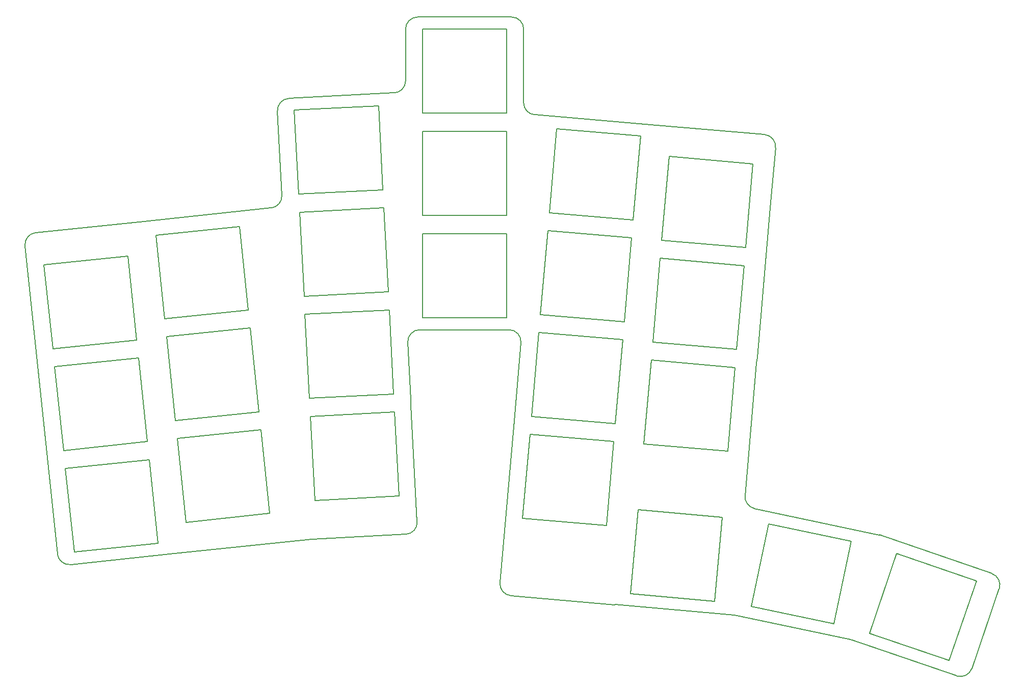
<source format=gbr>
%TF.GenerationSoftware,KiCad,Pcbnew,(6.0.7-1)-1*%
%TF.CreationDate,2022-09-15T11:21:22-04:00*%
%TF.ProjectId,skyline_pcb_top_plate,736b796c-696e-4655-9f70-63625f746f70,v1.0.0*%
%TF.SameCoordinates,Original*%
%TF.FileFunction,Profile,NP*%
%FSLAX46Y46*%
G04 Gerber Fmt 4.6, Leading zero omitted, Abs format (unit mm)*
G04 Created by KiCad (PCBNEW (6.0.7-1)-1) date 2022-09-15 11:21:22*
%MOMM*%
%LPD*%
G01*
G04 APERTURE LIST*
%TA.AperFunction,Profile*%
%ADD10C,0.200000*%
%TD*%
G04 APERTURE END LIST*
D10*
X270581384Y-201034931D02*
X256887318Y-198124168D01*
X198566825Y-113847025D02*
G75*
G03*
X196566825Y-115846953I-125J-1999875D01*
G01*
X254525823Y-195577535D02*
X275202316Y-199972460D01*
X240318268Y-137029812D02*
X239098087Y-150976538D01*
X197417882Y-177393462D02*
X197470218Y-178392092D01*
X212234471Y-207901838D02*
G75*
G03*
X214052574Y-210068541I1992329J-174362D01*
G01*
X236134792Y-184847158D02*
X250081518Y-186067338D01*
X251214454Y-213275813D02*
X270509302Y-217377059D01*
X170461286Y-162580930D02*
X168997888Y-148657624D01*
X135121726Y-149704381D02*
X152326955Y-147896038D01*
X218945850Y-163317115D02*
X232892576Y-164537295D01*
X197470218Y-178392092D02*
X198485535Y-197765505D01*
X213366825Y-129846953D02*
X213366825Y-115846953D01*
X155074581Y-150121022D02*
X156537980Y-164044329D01*
X255659937Y-162463711D02*
X254962691Y-170433268D01*
X232631109Y-167525879D02*
X218684383Y-166305699D01*
X151878956Y-167550537D02*
X150415557Y-153627230D01*
X133341740Y-151902482D02*
X138724956Y-203120359D01*
X136492251Y-155090629D02*
X137955649Y-169013935D01*
X192946968Y-145583858D02*
X178966155Y-146316561D01*
X172551856Y-182471368D02*
X158628549Y-183934766D01*
X238836620Y-153965122D02*
X237616440Y-167911848D01*
X178966155Y-146316561D02*
X179698858Y-160297375D01*
X252949257Y-193446929D02*
X254875536Y-171429463D01*
X179855866Y-163293263D02*
X180588570Y-177274077D01*
X139732633Y-185920807D02*
X153655940Y-184457409D01*
X192057257Y-128607156D02*
X178076444Y-129339859D01*
X175280281Y-129486400D02*
X176014733Y-143500584D01*
X253976554Y-211818234D02*
X267670621Y-214728998D01*
X213366825Y-149846953D02*
X199366825Y-149846953D01*
X138269235Y-171997501D02*
X139732633Y-185920807D01*
X198920315Y-165846953D02*
X213731205Y-165846953D01*
X155432924Y-201364281D02*
X153969525Y-187440974D01*
X267670621Y-214728998D02*
X270581384Y-201034931D01*
X198566825Y-113846953D02*
X214166825Y-113846953D01*
X217992513Y-130107654D02*
X238259202Y-131880759D01*
X140046218Y-188904373D02*
X141509617Y-202827680D01*
X153655940Y-184457409D02*
X152192541Y-170534102D01*
X177172868Y-127384469D02*
X194671497Y-126467405D01*
X256887318Y-198124168D02*
X253976554Y-211818234D01*
X196923056Y-167951625D02*
X197417882Y-177393462D01*
X251214454Y-213275813D02*
X251213251Y-213289564D01*
X181117996Y-200678444D02*
X196592948Y-199867436D01*
X192789961Y-142587969D02*
X192057257Y-128607156D01*
X194569383Y-176541373D02*
X193836680Y-162560560D01*
X231149461Y-184461189D02*
X217202735Y-183241008D01*
X196592949Y-199867448D02*
G75*
G03*
X198485535Y-197765505I-104549J1997148D01*
G01*
X215982555Y-197187734D02*
X229929280Y-198407915D01*
X234374223Y-147601985D02*
X235594404Y-133655259D01*
X178076444Y-129339859D02*
X178809147Y-143320673D01*
X250081518Y-186067338D02*
X251301698Y-172120612D01*
X295173475Y-208931918D02*
G75*
G03*
X293933559Y-206389739I-1891075J651118D01*
G01*
X160091948Y-197858073D02*
X174015254Y-196394675D01*
X198920315Y-165846912D02*
G75*
G03*
X196923056Y-167951625I-15J-1999988D01*
G01*
X270744615Y-217442318D02*
X288073332Y-223409074D01*
X194726391Y-179537262D02*
X180745578Y-180269965D01*
X286833432Y-220866900D02*
X291391386Y-207629640D01*
X180588570Y-177274077D02*
X194569383Y-176541373D01*
X249122805Y-197025480D02*
X235176079Y-195805300D01*
X258013142Y-135566454D02*
X257141585Y-145528401D01*
X288073331Y-223409077D02*
G75*
G03*
X290615506Y-222169173I651069J1891177D01*
G01*
X231410928Y-181472605D02*
X232631109Y-167525879D01*
X137955649Y-169013935D02*
X151878956Y-167550537D01*
X218684383Y-166305699D02*
X217464202Y-180252424D01*
X214052574Y-210068541D02*
X231286743Y-211576335D01*
X194671496Y-126467383D02*
G75*
G03*
X196566825Y-124470146I-104696J1997283D01*
G01*
X251301698Y-172120612D02*
X237354973Y-170900432D01*
X221647678Y-132435079D02*
X220427498Y-146381805D01*
X156537980Y-164044329D02*
X170461286Y-162580930D01*
X275202316Y-199972460D02*
X275212292Y-199943490D01*
X193679672Y-159564671D02*
X192946968Y-145583858D01*
X138724954Y-203120359D02*
G75*
G03*
X140923056Y-204900346I1989046J209059D01*
G01*
X217202735Y-183241008D02*
X215982555Y-197187734D01*
X178809147Y-143320673D02*
X192789961Y-142587969D01*
X237354973Y-170900432D02*
X236134792Y-184847158D01*
X213366825Y-163846953D02*
X213366825Y-149846953D01*
X174226532Y-145594307D02*
G75*
G03*
X176014733Y-143500585I-209132J1989107D01*
G01*
X275212292Y-199943490D02*
X293933559Y-206389739D01*
X235594404Y-133655259D02*
X221647678Y-132435079D01*
X239098087Y-150976538D02*
X253044813Y-152196719D01*
X231289357Y-211546449D02*
X231286743Y-211576335D01*
X196566825Y-124470146D02*
X196566825Y-115846953D01*
X156851565Y-167027894D02*
X158314964Y-180951201D01*
X235176079Y-195805300D02*
X233955899Y-209752025D01*
X172238270Y-179487802D02*
X170774872Y-165564496D01*
X212234496Y-207901840D02*
X214500546Y-182000778D01*
X158628549Y-183934766D02*
X160091948Y-197858073D01*
X216166825Y-128115264D02*
X216166825Y-115846953D01*
X213366825Y-146846953D02*
X213366825Y-132846953D01*
X278154126Y-203071686D02*
X273596172Y-216308946D01*
X217464202Y-180252424D02*
X231410928Y-181472605D01*
X213366825Y-115846953D02*
X199366825Y-115846953D01*
X254962691Y-170433268D02*
X254875536Y-171429463D01*
X180745578Y-180269965D02*
X181478281Y-194250779D01*
X215723541Y-168021259D02*
G75*
G03*
X213731205Y-165846953I-1992441J174259D01*
G01*
X174015254Y-196394675D02*
X172551856Y-182471368D01*
X199366825Y-132846953D02*
X199366825Y-146846953D01*
X238263560Y-131830950D02*
X256195064Y-133399753D01*
X273596172Y-216308946D02*
X286833432Y-220866900D01*
X291391386Y-207629640D02*
X278154126Y-203071686D01*
X177172868Y-127384478D02*
G75*
G03*
X175280281Y-129486400I104632J-1997222D01*
G01*
X141509617Y-202827680D02*
X155432924Y-201364281D01*
X168997888Y-148657624D02*
X155074581Y-150121022D01*
X152192541Y-170534102D02*
X138269235Y-171997501D01*
X258013140Y-135566454D02*
G75*
G03*
X256195064Y-133399753I-1992340J174354D01*
G01*
X216166847Y-115846953D02*
G75*
G03*
X214166825Y-113846953I-1999947J53D01*
G01*
X220166031Y-149370389D02*
X218945850Y-163317115D01*
X216166829Y-128115264D02*
G75*
G03*
X217992513Y-130107654I2000071J64D01*
G01*
X170774872Y-165564496D02*
X156851565Y-167027894D01*
X256357183Y-154494153D02*
X255659937Y-162463711D01*
X199366825Y-146846953D02*
X213366825Y-146846953D01*
X253044813Y-152196719D02*
X254264994Y-138249993D01*
X256444339Y-153497958D02*
X256357183Y-154494153D01*
X135121723Y-149704339D02*
G75*
G03*
X133341740Y-151902482I209077J-1989061D01*
G01*
X247902624Y-210972206D02*
X249122805Y-197025480D01*
X229929280Y-198407915D02*
X231149461Y-184461189D01*
X270744615Y-217442316D02*
G75*
G03*
X270509302Y-217377059I-650915J-1890284D01*
G01*
X237616440Y-167911848D02*
X251563166Y-169132028D01*
X158314964Y-180951201D02*
X172238270Y-179487802D01*
X232892576Y-164537295D02*
X234112756Y-150590569D01*
X213366825Y-132846953D02*
X199366825Y-132846953D01*
X252783346Y-155185303D02*
X238836620Y-153965122D01*
X152326956Y-147896038D02*
X174226531Y-145594300D01*
X199366825Y-163846953D02*
X213366825Y-163846953D01*
X214500546Y-182000778D02*
X214587701Y-181004583D01*
X251563166Y-169132028D02*
X252783346Y-155185303D01*
X290615506Y-222169173D02*
X295173460Y-208931913D01*
X199366825Y-115846953D02*
X199366825Y-129846953D01*
X214587701Y-181004583D02*
X215723595Y-168021264D01*
X179698858Y-160297375D02*
X193679672Y-159564671D01*
X153969525Y-187440974D02*
X140046218Y-188904373D01*
X233955899Y-209752025D02*
X247902624Y-210972206D01*
X252949257Y-193446929D02*
G75*
G03*
X254525823Y-195577535I1992443J-174271D01*
G01*
X257141585Y-145528401D02*
X256444339Y-153497958D01*
X254264994Y-138249993D02*
X240318268Y-137029812D01*
X231289357Y-211546449D02*
X251213251Y-213289564D01*
X181117996Y-200678444D02*
G75*
G03*
X181013611Y-200686659I104604J-1996556D01*
G01*
X195459094Y-193518075D02*
X194726391Y-179537262D01*
X158128285Y-203092004D02*
X181013611Y-200686659D01*
X181478281Y-194250779D02*
X195459094Y-193518075D01*
X199366825Y-149846953D02*
X199366825Y-163846953D01*
X150415557Y-153627230D02*
X136492251Y-155090629D01*
X140923056Y-204900346D02*
X158128285Y-203092004D01*
X238259202Y-131880759D02*
X238263560Y-131830950D01*
X234112756Y-150590569D02*
X220166031Y-149370389D01*
X193836680Y-162560560D02*
X179855866Y-163293263D01*
X199366825Y-129846953D02*
X213366825Y-129846953D01*
X220427498Y-146381805D02*
X234374223Y-147601985D01*
M02*

</source>
